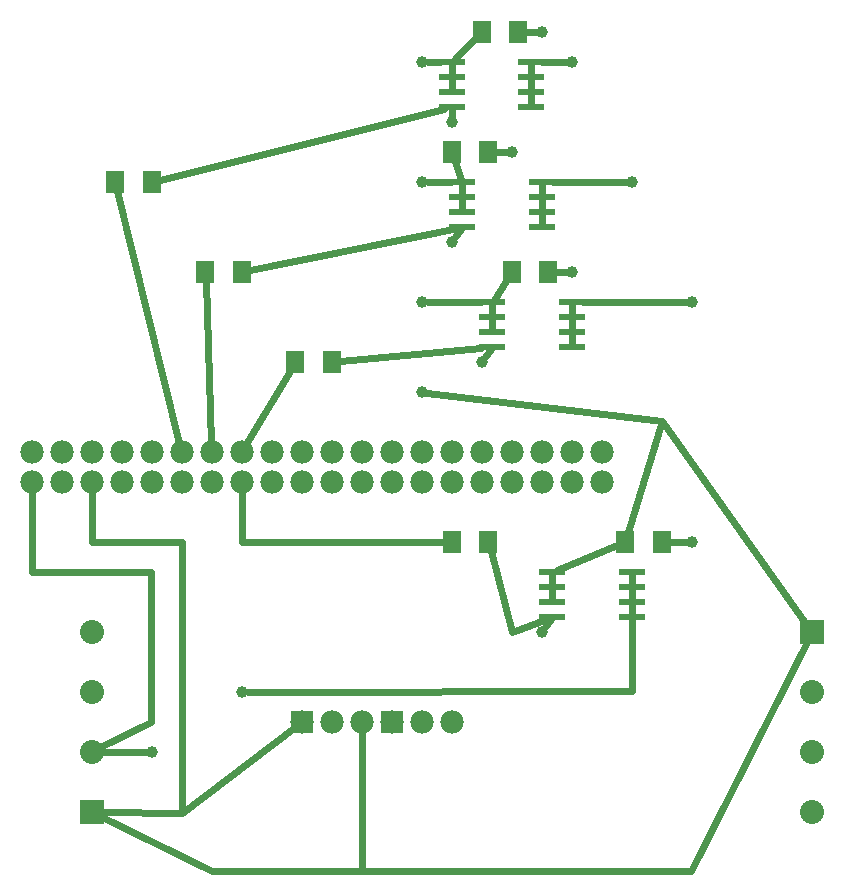
<source format=gtl>
G04 MADE WITH FRITZING*
G04 WWW.FRITZING.ORG*
G04 DOUBLE SIDED*
G04 HOLES PLATED*
G04 CONTOUR ON CENTER OF CONTOUR VECTOR*
%ASAXBY*%
%FSLAX23Y23*%
%MOIN*%
%OFA0B0*%
%SFA1.0B1.0*%
%ADD10C,0.039370*%
%ADD11C,0.078000*%
%ADD12C,0.080000*%
%ADD13R,0.062992X0.074803*%
%ADD14R,0.078000X0.078000*%
%ADD15R,0.086900X0.024000*%
%ADD16R,0.080000X0.080000*%
%ADD17C,0.024000*%
%LNCOPPER1*%
G90*
G70*
G54D10*
X2529Y1222D03*
X1029Y722D03*
X2129Y2122D03*
X1929Y2522D03*
X1829Y1822D03*
X1729Y2222D03*
X1729Y2622D03*
X2529Y2022D03*
X2329Y2422D03*
X2129Y2822D03*
X1629Y2822D03*
X1629Y2422D03*
X1629Y2022D03*
X1629Y1722D03*
X2029Y2922D03*
G54D11*
X1529Y622D03*
X1629Y622D03*
X1729Y622D03*
X1229Y622D03*
X1329Y622D03*
X1429Y622D03*
G54D10*
X729Y522D03*
X2029Y922D03*
G54D12*
X529Y522D03*
X529Y722D03*
X529Y922D03*
X529Y322D03*
X2929Y722D03*
X2929Y522D03*
X2929Y322D03*
X2929Y922D03*
G54D11*
X329Y1522D03*
X429Y1522D03*
X529Y1522D03*
X629Y1522D03*
X729Y1522D03*
X829Y1522D03*
X929Y1522D03*
X1029Y1522D03*
X1129Y1522D03*
X1229Y1522D03*
X1329Y1522D03*
X1429Y1522D03*
X1529Y1522D03*
X1629Y1522D03*
X1729Y1522D03*
X1829Y1522D03*
X1929Y1522D03*
X2029Y1522D03*
X2129Y1522D03*
X2229Y1522D03*
X329Y1522D03*
X429Y1522D03*
X529Y1522D03*
X629Y1522D03*
X729Y1522D03*
X829Y1522D03*
X929Y1522D03*
X1029Y1522D03*
X1129Y1522D03*
X1229Y1522D03*
X1329Y1522D03*
X1429Y1522D03*
X1529Y1522D03*
X1629Y1522D03*
X1729Y1522D03*
X1829Y1522D03*
X1929Y1522D03*
X2029Y1522D03*
X2129Y1522D03*
X2229Y1522D03*
X2229Y1422D03*
X2129Y1422D03*
X2029Y1422D03*
X1929Y1422D03*
X1829Y1422D03*
X1729Y1422D03*
X1629Y1422D03*
X1529Y1422D03*
X1429Y1422D03*
X1329Y1422D03*
X1229Y1422D03*
X1129Y1422D03*
X1029Y1422D03*
X929Y1422D03*
X829Y1422D03*
X729Y1422D03*
X629Y1422D03*
X529Y1422D03*
X429Y1422D03*
X329Y1422D03*
X329Y1522D03*
X429Y1522D03*
X529Y1522D03*
X629Y1522D03*
X729Y1522D03*
X829Y1522D03*
X929Y1522D03*
X1029Y1522D03*
X1129Y1522D03*
X1229Y1522D03*
X1329Y1522D03*
X1429Y1522D03*
X1529Y1522D03*
X1629Y1522D03*
X1729Y1522D03*
X1829Y1522D03*
X1929Y1522D03*
X2029Y1522D03*
X2129Y1522D03*
X2229Y1522D03*
X329Y1522D03*
X429Y1522D03*
X529Y1522D03*
X629Y1522D03*
X729Y1522D03*
X829Y1522D03*
X929Y1522D03*
X1029Y1522D03*
X1129Y1522D03*
X1229Y1522D03*
X1329Y1522D03*
X1429Y1522D03*
X1529Y1522D03*
X1629Y1522D03*
X1729Y1522D03*
X1829Y1522D03*
X1929Y1522D03*
X2029Y1522D03*
X2129Y1522D03*
X2229Y1522D03*
X2229Y1422D03*
X2129Y1422D03*
X2029Y1422D03*
X1929Y1422D03*
X1829Y1422D03*
X1729Y1422D03*
X1629Y1422D03*
X1529Y1422D03*
X1429Y1422D03*
X1329Y1422D03*
X1229Y1422D03*
X1129Y1422D03*
X1029Y1422D03*
X929Y1422D03*
X829Y1422D03*
X729Y1422D03*
X629Y1422D03*
X529Y1422D03*
X429Y1422D03*
X329Y1422D03*
G54D13*
X1851Y1222D03*
X1729Y1222D03*
X1851Y2522D03*
X1729Y2522D03*
X2051Y2122D03*
X1929Y2122D03*
X1951Y2922D03*
X1829Y2922D03*
X1329Y1822D03*
X1207Y1822D03*
G54D14*
X1529Y622D03*
X1229Y622D03*
G54D15*
X2064Y1122D03*
X2064Y1072D03*
X2064Y1022D03*
X2064Y972D03*
X2329Y972D03*
X2329Y1022D03*
X2329Y1072D03*
X2329Y1122D03*
X1864Y2022D03*
X1864Y1972D03*
X1864Y1922D03*
X1864Y1872D03*
X2129Y1872D03*
X2129Y1922D03*
X2129Y1972D03*
X2129Y2022D03*
X1764Y2422D03*
X1764Y2372D03*
X1764Y2322D03*
X1764Y2272D03*
X2029Y2272D03*
X2029Y2322D03*
X2029Y2372D03*
X2029Y2422D03*
X1729Y2822D03*
X1729Y2772D03*
X1729Y2722D03*
X1729Y2672D03*
X1994Y2672D03*
X1994Y2722D03*
X1994Y2772D03*
X1994Y2822D03*
G54D13*
X2429Y1222D03*
X2307Y1222D03*
X1029Y2122D03*
X907Y2122D03*
X729Y2422D03*
X607Y2422D03*
G54D16*
X529Y322D03*
X2929Y922D03*
G54D17*
X2429Y1626D02*
X2316Y1254D01*
D02*
X2510Y1222D02*
X2455Y1222D01*
D02*
X2429Y1626D02*
X1647Y1720D01*
D02*
X2911Y948D02*
X2429Y1626D01*
D02*
X1431Y125D02*
X928Y125D01*
D02*
X928Y125D02*
X556Y309D01*
D02*
X2527Y125D02*
X1431Y125D01*
D02*
X2915Y895D02*
X2527Y125D01*
D02*
X1431Y125D02*
X1429Y592D01*
D02*
X2331Y725D02*
X2329Y1016D01*
D02*
X1048Y722D02*
X2331Y725D01*
D02*
X2281Y1212D02*
X2079Y1129D01*
D02*
X1764Y2416D02*
X1764Y2379D01*
D02*
X1994Y2766D02*
X1994Y2679D01*
D02*
X614Y2391D02*
X821Y1552D01*
D02*
X1044Y1548D02*
X1188Y1791D01*
D02*
X2129Y2016D02*
X2129Y1879D01*
D02*
X2029Y2416D02*
X2029Y2279D01*
D02*
X1994Y2679D02*
X1994Y2716D01*
D02*
X1994Y2679D02*
X1994Y2816D01*
D02*
X1729Y2816D02*
X1729Y2729D01*
D02*
X1764Y2416D02*
X1764Y2329D01*
D02*
X1764Y2366D02*
X1764Y2329D01*
D02*
X2110Y2122D02*
X2077Y2122D01*
D02*
X1908Y2091D02*
X1868Y2029D01*
D02*
X1864Y2016D02*
X1864Y1929D01*
D02*
X1910Y2522D02*
X1877Y2522D01*
D02*
X1740Y2491D02*
X1761Y2429D01*
D02*
X1864Y2016D02*
X1864Y1979D01*
D02*
X2510Y2022D02*
X2166Y2022D01*
D02*
X1729Y2666D02*
X1729Y2641D01*
D02*
X1735Y2829D02*
X1803Y2897D01*
D02*
X1759Y2266D02*
X1739Y2238D01*
D02*
X1859Y1866D02*
X1839Y1838D01*
D02*
X1703Y2666D02*
X755Y2429D01*
D02*
X1732Y2266D02*
X1055Y2128D01*
D02*
X2110Y2822D02*
X2031Y2822D01*
D02*
X2310Y2422D02*
X2066Y2422D01*
D02*
X1826Y2022D02*
X1648Y2022D01*
D02*
X1726Y2422D02*
X1648Y2422D01*
D02*
X1691Y2822D02*
X1648Y2822D01*
D02*
X927Y1553D02*
X908Y2091D01*
D02*
X1355Y1825D02*
X1826Y1869D01*
D02*
X2010Y2922D02*
X1977Y2922D01*
D02*
X560Y522D02*
X710Y522D01*
D02*
X2064Y1116D02*
X2064Y1029D01*
D02*
X2329Y979D02*
X2329Y1016D01*
D02*
X2329Y1079D02*
X2329Y1116D01*
D02*
X2329Y979D02*
X2329Y1116D01*
D02*
X1029Y1222D02*
X1029Y1221D01*
D02*
X1029Y1221D02*
X1029Y1392D01*
D02*
X1129Y1222D02*
X1029Y1222D01*
D02*
X1703Y1222D02*
X1129Y1222D01*
D02*
X2064Y1066D02*
X2064Y1029D01*
D02*
X2064Y1079D02*
X2064Y1116D01*
D02*
X1929Y922D02*
X1859Y1191D01*
D02*
X2046Y966D02*
X1929Y922D01*
D02*
X2059Y966D02*
X2039Y938D01*
D02*
X830Y320D02*
X1205Y604D01*
D02*
X2029Y2316D02*
X2029Y2279D01*
D02*
X2029Y2366D02*
X2029Y2329D01*
D02*
X2029Y2416D02*
X2029Y2379D01*
D02*
X1729Y2772D02*
X1728Y2775D01*
D02*
X1729Y2779D02*
X1729Y2816D01*
D02*
X2129Y1979D02*
X2129Y2016D01*
D02*
X2129Y1929D02*
X2129Y1966D01*
D02*
X2129Y1879D02*
X2129Y1916D01*
D02*
X727Y623D02*
X556Y537D01*
D02*
X727Y824D02*
X727Y623D01*
D02*
X727Y1123D02*
X727Y824D01*
D02*
X330Y1122D02*
X727Y1123D01*
D02*
X329Y1392D02*
X330Y1122D01*
D02*
X528Y1221D02*
X830Y1221D01*
D02*
X830Y1221D02*
X830Y320D01*
D02*
X830Y320D02*
X560Y322D01*
D02*
X529Y1392D02*
X528Y1221D01*
G04 End of Copper1*
M02*
</source>
